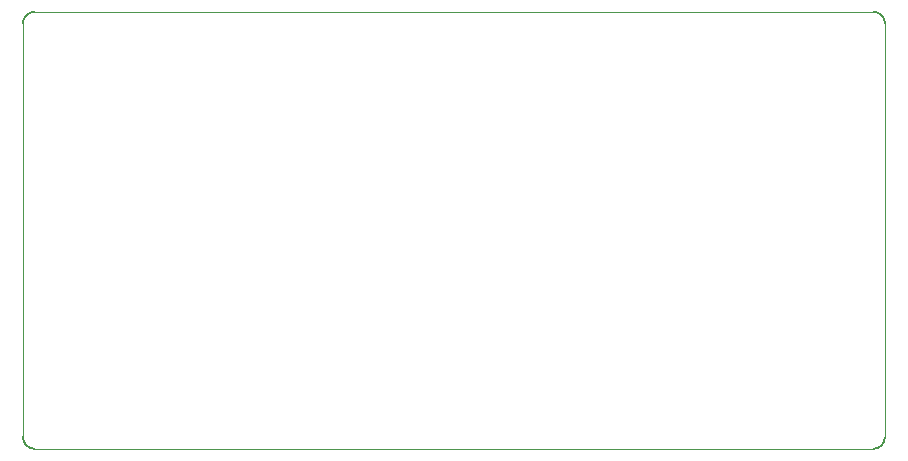
<source format=gbr>
G04 #@! TF.GenerationSoftware,KiCad,Pcbnew,5.0.2-bee76a0~70~ubuntu18.04.1*
G04 #@! TF.CreationDate,2019-03-19T15:09:44-04:00*
G04 #@! TF.ProjectId,8_key_simple_graphics (copy),385f6b65-795f-4736-996d-706c655f6772,rev?*
G04 #@! TF.SameCoordinates,Original*
G04 #@! TF.FileFunction,Profile,NP*
%FSLAX46Y46*%
G04 Gerber Fmt 4.6, Leading zero omitted, Abs format (unit mm)*
G04 Created by KiCad (PCBNEW 5.0.2-bee76a0~70~ubuntu18.04.1) date Tue 19 Mar 2019 03:09:44 PM EDT*
%MOMM*%
%LPD*%
G01*
G04 APERTURE LIST*
%ADD10C,0.100000*%
%ADD11C,0.200000*%
G04 APERTURE END LIST*
D10*
X121000000Y-105000000D02*
X192000000Y-105000000D01*
X120000000Y-69000000D02*
X120000000Y-104000000D01*
D11*
X121000000Y-105000000D02*
G75*
G02X120000000Y-104000000I0J1000000D01*
G01*
D10*
X192000000Y-68000000D02*
X121000000Y-68000000D01*
X193000000Y-104000000D02*
X193000000Y-69000000D01*
D11*
X192000000Y-68000000D02*
G75*
G02X193000000Y-69000000I0J-1000000D01*
G01*
X193000000Y-104000000D02*
G75*
G02X192000000Y-105000000I-1000000J0D01*
G01*
X120000000Y-69000000D02*
G75*
G02X121000000Y-68000000I1000000J0D01*
G01*
M02*

</source>
